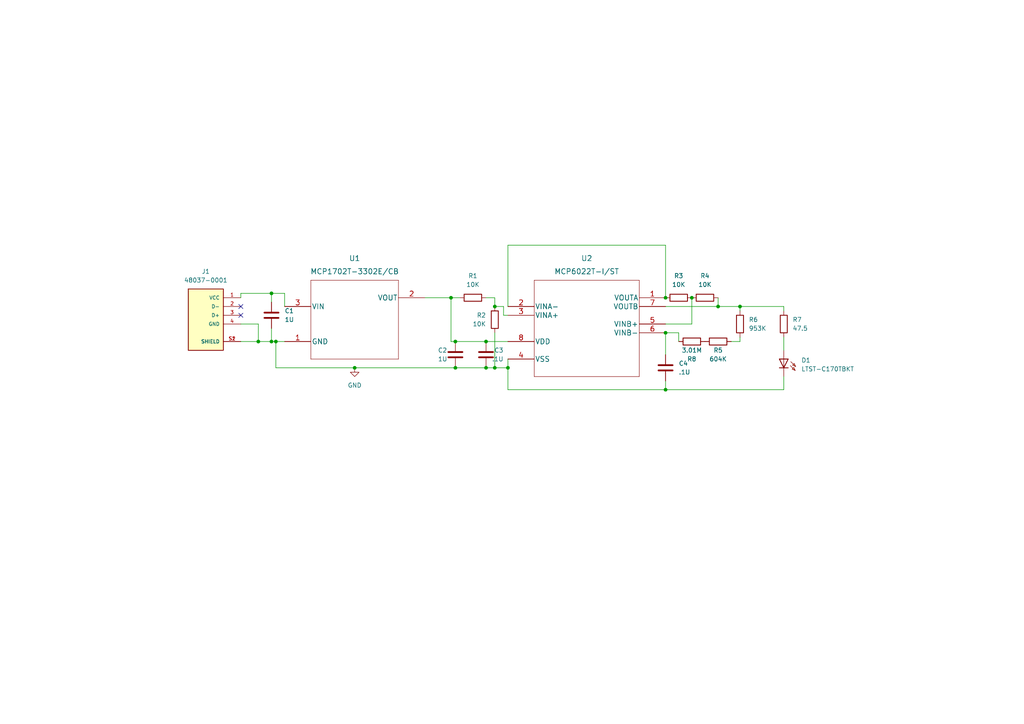
<source format=kicad_sch>
(kicad_sch (version 20211123) (generator eeschema)
  (paper "A4")
  (lib_symbols
    (symbol "160-1579-1-ND:LTST-C170TBKT" (pin_numbers hide) (pin_names (offset 1.016) hide)
      (property "Reference" "D" (at -2.032 4.064 0))
      (property "Value" "LTST-C170TBKT" (at -2.032 -5.715 0))
      (symbol "LTST-C170TBKT_0_0"
        (polyline (pts (xy 0 -1.27) (xy 0 0)) (stroke (width 0.254)))
        (polyline (pts (xy 0 0) (xy 0 1.27)) (stroke (width 0.254)))
        (polyline (pts (xy 0 0) (xy 2.54 1.27)) (stroke (width 0.254)))
        (polyline (pts (xy 0.635 1.905) (xy -0.762 3.302)) (stroke (width 0.1524)))
        (polyline (pts (xy 1.778 2.032) (xy 0.381 3.429)) (stroke (width 0.1524)))
        (polyline (pts (xy 2.54 -1.27) (xy 0 0)) (stroke (width 0.254)))
        (polyline (pts (xy 2.54 -1.27) (xy 2.54 0)) (stroke (width 0.254)))
        (polyline (pts (xy 2.54 0) (xy 0 0)) (stroke (width 0.1524)))
        (polyline (pts (xy 2.54 0) (xy 2.54 1.27)) (stroke (width 0.254)))
        (polyline (pts (xy -0.762 3.302) (xy 0.127 2.921) (xy -0.381 2.413) (xy -0.762 3.302)) (stroke (width 0.1524)) (fill (type background)))
        (polyline (pts (xy 0.381 3.429) (xy 1.27 3.048) (xy 0.762 2.54) (xy 0.381 3.429)) (stroke (width 0.1524)) (fill (type background)))
        (pin passive line (at 5.08 0 180) (length 2.54) (name "~") (number "+"))
        (pin passive line (at -2.54 0 0) (length 2.54) (name "~") (number "-"))
      )
    )
    (symbol "48037-0001:48037-0001" (pin_names (offset 1.016))
      (property "Reference" "J" (at -5.08 8.89 0))
      (property "Value" "48037-0001" (at -5.08 -12.7 0))
      (symbol "48037-0001_0_0"
        (rectangle (start -5.08 -10.16) (end 5.08 7.62) (stroke (width 0.254)) (fill (type background)))
        (pin power_out line (at -10.16 5.08 0) (length 5.08) (name "VCC") (number "1"))
        (pin bidirectional line (at -10.16 2.54 0) (length 5.08) (name "D-") (number "2"))
        (pin bidirectional line (at -10.16 0 0) (length 5.08) (name "D+") (number "3"))
        (pin power_in line (at -10.16 -2.54 0) (length 5.08) (name "GND") (number "4"))
        (pin passive line (at -10.16 -7.62 0) (length 5.08) (name "SHIELD") (number "S1"))
        (pin passive line (at -10.16 -7.62 0) (length 5.08) (name "SHIELD") (number "S2"))
      )
    )
    (symbol "Device:C" (pin_numbers hide) (pin_names (offset 0.254))
      (property "Reference" "C" (at 0.635 2.54 0))
      (property "Value" "C" (at 0.635 -2.54 0))
      (symbol "C_0_1"
        (polyline (pts (xy -2.032 -0.762) (xy 2.032 -0.762)) (stroke (width 0.508)))
        (polyline (pts (xy -2.032 0.762) (xy 2.032 0.762)) (stroke (width 0.508)))
      )
      (symbol "C_1_1"
        (pin passive line (at 0 3.81 270) (length 2.794) (name "~") (number "1"))
        (pin passive line (at 0 -3.81 90) (length 2.794) (name "~") (number "2"))
      )
    )
    (symbol "Device:R" (pin_numbers hide) (pin_names (offset 0))
      (property "Reference" "R" (at 2.032 0 90))
      (property "Value" "R" (at 0 0 90))
      (symbol "R_0_1"
        (rectangle (start -1.016 -2.54) (end 1.016 2.54) (stroke (width 0.254)))
      )
      (symbol "R_1_1"
        (pin passive line (at 0 3.81 270) (length 1.27) (name "~") (number "1"))
        (pin passive line (at 0 -3.81 90) (length 1.27) (name "~") (number "2"))
      )
    )
    (symbol "MCP1702T-3302E-CBCT-ND:MCP1702T-3302E{slash}CB" (pin_names (offset 0.254))
      (property "Reference" "U" (at 20.32 12.7 0))
      (property "Value" "MCP1702T-3302E{slash}CB" (at 20.32 10.16 0))
      (symbol "MCP1702T-3302E{slash}CB_1_1"
        (polyline (pts (xy 7.62 -15.24) (xy 33.02 -15.24)) (stroke (width 0.127)))
        (polyline (pts (xy 7.62 7.62) (xy 7.62 -15.24)) (stroke (width 0.127)))
        (polyline (pts (xy 33.02 -15.24) (xy 33.02 7.62)) (stroke (width 0.127)))
        (polyline (pts (xy 33.02 7.62) (xy 7.62 7.62)) (stroke (width 0.127)))
        (pin power_in line (at 0 -10.16 0) (length 7.62) (name "GND") (number "1"))
        (pin power_out line (at 40.64 2.54 180) (length 7.62) (name "VOUT") (number "2"))
        (pin power_in line (at 0 0 0) (length 7.62) (name "VIN") (number "3"))
      )
    )
    (symbol "MCP6022T-I-STCT-ND:MCP6022T-I{slash}ST" (pin_names (offset 0.254))
      (property "Reference" "U" (at 22.86 12.7 0))
      (property "Value" "MCP6022T-I{slash}ST" (at 22.86 10.16 0))
      (symbol "MCP6022T-I{slash}ST_1_1"
        (polyline (pts (xy 7.62 -20.32) (xy 38.1 -20.32)) (stroke (width 0.127)))
        (polyline (pts (xy 7.62 7.62) (xy 7.62 -20.32)) (stroke (width 0.127)))
        (polyline (pts (xy 38.1 -20.32) (xy 38.1 7.62)) (stroke (width 0.127)))
        (polyline (pts (xy 38.1 7.62) (xy 7.62 7.62)) (stroke (width 0.127)))
        (pin output line (at 45.72 2.54 180) (length 7.62) (name "VOUTA") (number "1"))
        (pin input line (at 0 0 0) (length 7.62) (name "VINA-") (number "2"))
        (pin input line (at 0 -2.54 0) (length 7.62) (name "VINA+") (number "3"))
        (pin power_in line (at 0 -15.24 0) (length 7.62) (name "VSS") (number "4"))
        (pin input line (at 45.72 -5.08 180) (length 7.62) (name "VINB+") (number "5"))
        (pin input line (at 45.72 -7.62 180) (length 7.62) (name "VINB-") (number "6"))
        (pin output line (at 45.72 0 180) (length 7.62) (name "VOUTB") (number "7"))
        (pin power_in line (at 0 -10.16 0) (length 7.62) (name "VDD") (number "8"))
      )
    )
    (symbol "power:GND" (power) (pin_names (offset 0))
      (property "Value" "GND" (at 0 -3.81 0))
      (symbol "GND_0_1"
        (polyline (pts (xy 0 0) (xy 0 -1.27) (xy 1.27 -1.27) (xy 0 -2.54) (xy -1.27 -1.27) (xy 0 -1.27)))
      )
      (symbol "GND_1_1"
        (pin power_in line (at 0 0 270) (length 0) hide (name "GND") (number "1"))
      )
    )
  )
  (junction (at 78.74 85.09))
  (junction (at 74.93 99.06))
  (junction (at 130.81 86.36))
  (junction (at 193.04 96.52))
  (junction (at 78.74 99.06))
  (junction (at 143.51 88.9))
  (junction (at 80.01 99.06))
  (junction (at 208.28 88.9))
  (junction (at 200.66 86.36))
  (junction (at 140.97 99.06))
  (junction (at 132.08 99.06))
  (junction (at 214.63 88.9))
  (junction (at 102.87 106.68))
  (junction (at 140.97 106.68))
  (junction (at 132.08 106.68))
  (junction (at 193.04 86.36))
  (junction (at 147.32 106.68))
  (junction (at 143.51 106.68))
  (junction (at 193.04 113.03))
  (no_connect (at 69.85 88.9))
  (no_connect (at 69.85 91.44))
  (wire (pts (xy 146.05 88.9) (xy 146.05 91.44)))
  (wire (pts (xy 193.04 96.52) (xy 193.04 102.87)))
  (wire (pts (xy 214.63 88.9) (xy 214.63 90.17)))
  (wire (pts (xy 80.01 106.68) (xy 102.87 106.68)))
  (wire (pts (xy 74.93 93.98) (xy 74.93 99.06)))
  (wire (pts (xy 143.51 106.68) (xy 147.32 106.68)))
  (wire (pts (xy 212.09 99.06) (xy 214.63 99.06)))
  (wire (pts (xy 143.51 88.9) (xy 146.05 88.9)))
  (wire (pts (xy 78.74 95.25) (xy 78.74 99.06)))
  (wire (pts (xy 102.87 106.68) (xy 132.08 106.68)))
  (wire (pts (xy 132.08 99.06) (xy 140.97 99.06)))
  (wire (pts (xy 130.81 99.06) (xy 132.08 99.06)))
  (wire (pts (xy 200.66 86.36) (xy 200.66 93.98)))
  (wire (pts (xy 69.85 93.98) (xy 74.93 93.98)))
  (wire (pts (xy 80.01 99.06) (xy 82.55 99.06)))
  (wire (pts (xy 123.19 86.36) (xy 130.81 86.36)))
  (wire (pts (xy 143.51 86.36) (xy 143.51 88.9)))
  (wire (pts (xy 78.74 99.06) (xy 80.01 99.06)))
  (wire (pts (xy 69.85 85.09) (xy 78.74 85.09)))
  (wire (pts (xy 193.04 93.98) (xy 200.66 93.98)))
  (wire (pts (xy 78.74 85.09) (xy 82.55 85.09)))
  (wire (pts (xy 208.28 88.9) (xy 214.63 88.9)))
  (wire (pts (xy 147.32 106.68) (xy 147.32 113.03)))
  (wire (pts (xy 147.32 113.03) (xy 193.04 113.03)))
  (wire (pts (xy 147.32 71.12) (xy 147.32 88.9)))
  (wire (pts (xy 74.93 99.06) (xy 78.74 99.06)))
  (wire (pts (xy 140.97 86.36) (xy 143.51 86.36)))
  (wire (pts (xy 80.01 99.06) (xy 80.01 106.68)))
  (wire (pts (xy 78.74 87.63) (xy 78.74 85.09)))
  (wire (pts (xy 146.05 91.44) (xy 147.32 91.44)))
  (wire (pts (xy 130.81 86.36) (xy 133.35 86.36)))
  (wire (pts (xy 214.63 97.79) (xy 214.63 99.06)))
  (wire (pts (xy 147.32 104.14) (xy 147.32 106.68)))
  (wire (pts (xy 69.85 86.36) (xy 69.85 85.09)))
  (wire (pts (xy 214.63 88.9) (xy 227.33 88.9)))
  (wire (pts (xy 69.85 99.06) (xy 74.93 99.06)))
  (wire (pts (xy 143.51 96.52) (xy 143.51 106.68)))
  (wire (pts (xy 132.08 106.68) (xy 140.97 106.68)))
  (wire (pts (xy 140.97 99.06) (xy 147.32 99.06)))
  (wire (pts (xy 227.33 88.9) (xy 227.33 90.17)))
  (wire (pts (xy 208.28 86.36) (xy 208.28 88.9)))
  (wire (pts (xy 193.04 86.36) (xy 193.04 71.12)))
  (wire (pts (xy 227.33 109.22) (xy 227.33 113.03)))
  (wire (pts (xy 193.04 110.49) (xy 193.04 113.03)))
  (wire (pts (xy 193.04 88.9) (xy 208.28 88.9)))
  (wire (pts (xy 140.97 106.68) (xy 143.51 106.68)))
  (wire (pts (xy 196.85 99.06) (xy 196.85 96.52)))
  (wire (pts (xy 193.04 113.03) (xy 227.33 113.03)))
  (wire (pts (xy 130.81 86.36) (xy 130.81 99.06)))
  (wire (pts (xy 193.04 71.12) (xy 147.32 71.12)))
  (wire (pts (xy 82.55 85.09) (xy 82.55 88.9)))
  (wire (pts (xy 227.33 97.79) (xy 227.33 101.6)))
  (wire (pts (xy 196.85 96.52) (xy 193.04 96.52)))
  (symbol (lib_id "160-1579-1-ND:LTST-C170TBKT") (at 227.33 106.68 270) (mirror x) (unit 1)
    (property "Reference" "D1" (at 232.41 104.4955 90) (effects (justify left)))
    (property "Value" "LTST-C170TBKT" (at 232.41 107.0355 90) (effects (justify left)))
    (property "Footprint" "160-1579-1-ND:160-1579-1-ND" (effects hide))
    (property "MANUFACTURER" "LiteOn" (effects hide))
  )
  (symbol (lib_id "MCP6022T-I-STCT-ND:MCP6022T-I{slash}ST") (at 147.32 88.9 0) (unit 1)
    (property "Reference" "U2" (at 170.18 74.93 0) (effects (font (size 1.524 1.524))))
    (property "Value" "MCP6022T-I/ST" (at 170.18 78.74 0) (effects (font (size 1.524 1.524))))
    (property "Footprint" "MCP6022T-I-STCT-ND:MCP6022T-I&slash_ST" (effects hide))
  )
  (symbol (lib_id "power:GND") (at 102.87 106.68 0) (unit 1)
    (property "Reference" "#PWR0101" (effects hide))
    (property "Value" "GND" (at 102.87 111.76 0))
  )
  (symbol (lib_id "Device:R") (at 214.63 93.98 180) (unit 1)
    (property "Reference" "R6" (at 217.17 92.7099 0) (effects (justify right)))
    (property "Value" "953K" (at 217.17 95.2499 0) (effects (justify right)))
    (property "Footprint" "Resistor_SMD:R_0603_1608Metric_Pad0.98x0.95mm_HandSolder" (effects hide))
  )
  (symbol (lib_id "Device:R") (at 137.16 86.36 270) (unit 1)
    (property "Reference" "R1" (at 137.16 80.01 90))
    (property "Value" "10K" (at 137.16 82.55 90))
    (property "Footprint" "Resistor_SMD:R_0603_1608Metric_Pad0.98x0.95mm_HandSolder" (effects hide))
  )
  (symbol (lib_id "Device:R") (at 208.28 99.06 270) (mirror x) (unit 1)
    (property "Reference" "R5" (at 208.28 101.6 90))
    (property "Value" "604K" (at 208.28 104.14 90))
    (property "Footprint" "Resistor_SMD:R_0603_1608Metric_Pad0.98x0.95mm_HandSolder" (effects hide))
  )
  (symbol (lib_id "Device:R") (at 200.66 99.06 270) (mirror x) (unit 1)
    (property "Reference" "R8" (at 200.66 104.14 90))
    (property "Value" "3.01M" (at 200.66 101.6 90))
    (property "Footprint" "Resistor_SMD:R_0603_1608Metric_Pad0.98x0.95mm_HandSolder" (effects hide))
  )
  (symbol (lib_id "Device:C") (at 132.08 102.87 0) (unit 1)
    (property "Reference" "C2" (at 127 101.6 0) (effects (justify left)))
    (property "Value" "1U" (at 127 104.14 0) (effects (justify left)))
    (property "Footprint" "Capacitor_SMD:C_0603_1608Metric_Pad1.08x0.95mm_HandSolder" (effects hide))
  )
  (symbol (lib_id "Device:R") (at 143.51 92.71 0) (mirror x) (unit 1)
    (property "Reference" "R2" (at 140.97 91.4399 0) (effects (justify right)))
    (property "Value" "10K" (at 140.97 93.9799 0) (effects (justify right)))
    (property "Footprint" "Resistor_SMD:R_0603_1608Metric_Pad0.98x0.95mm_HandSolder" (effects hide))
  )
  (symbol (lib_id "Device:C") (at 78.74 91.44 0) (unit 1)
    (property "Reference" "C1" (at 82.55 90.1699 0) (effects (justify left)))
    (property "Value" "1U" (at 82.55 92.7099 0) (effects (justify left)))
    (property "Footprint" "Capacitor_SMD:C_0603_1608Metric_Pad1.08x0.95mm_HandSolder" (effects hide))
  )
  (symbol (lib_id "MCP1702T-3302E-CBCT-ND:MCP1702T-3302E{slash}CB") (at 82.55 88.9 0) (unit 1)
    (property "Reference" "U1" (at 102.87 74.93 0) (effects (font (size 1.524 1.524))))
    (property "Value" "MCP1702T-3302E/CB" (at 102.87 78.74 0) (effects (font (size 1.524 1.524))))
    (property "Footprint" "MCP1702T-3302E-CBCT-ND:MCP1702T-3302E&slash_CB" (effects hide))
  )
  (symbol (lib_id "Device:C") (at 193.04 106.68 180) (unit 1)
    (property "Reference" "C4" (at 196.85 105.41 0) (effects (justify right)))
    (property "Value" ".1U" (at 196.85 107.95 0) (effects (justify right)))
    (property "Footprint" "Capacitor_SMD:C_0603_1608Metric_Pad1.08x0.95mm_HandSolder" (effects hide))
  )
  (symbol (lib_id "48037-0001:48037-0001") (at 59.69 91.44 0) (mirror y) (unit 1)
    (property "Reference" "J1" (at 59.69 78.74 0))
    (property "Value" "48037-0001" (at 59.69 81.28 0))
    (property "Footprint" "48037-0001:MOLEX_48037-0001" (effects hide))
    (property "STANDARD" "Manufacturer Recommendations" (effects hide))
    (property "MANUFACTURER" "Molex" (effects hide))
    (property "MAXIMUM_PACKAGE_HEIGHT" "4.6mm" (effects hide))
    (property "PARTREV" "D" (effects hide))
  )
  (symbol (lib_id "Device:R") (at 227.33 93.98 0) (unit 1)
    (property "Reference" "R7" (at 229.87 92.7099 0) (effects (justify left)))
    (property "Value" "47.5" (at 229.87 95.2499 0) (effects (justify left)))
    (property "Footprint" "Resistor_SMD:R_0603_1608Metric_Pad0.98x0.95mm_HandSolder" (effects hide))
  )
  (symbol (lib_id "Device:C") (at 140.97 102.87 0) (mirror y) (unit 1)
    (property "Reference" "C3" (at 146.05 101.6 0) (effects (justify left)))
    (property "Value" ".1U" (at 146.05 104.14 0) (effects (justify left)))
    (property "Footprint" "Capacitor_SMD:C_0603_1608Metric_Pad1.08x0.95mm_HandSolder" (effects hide))
  )
  (symbol (lib_id "Device:R") (at 204.47 86.36 90) (unit 1)
    (property "Reference" "R4" (at 204.47 80.01 90))
    (property "Value" "10K" (at 204.47 82.55 90))
    (property "Footprint" "Resistor_SMD:R_0603_1608Metric_Pad0.98x0.95mm_HandSolder" (effects hide))
  )
  (symbol (lib_id "Device:R") (at 196.85 86.36 90) (unit 1)
    (property "Reference" "R3" (at 196.85 80.01 90))
    (property "Value" "10K" (at 196.85 82.55 90))
    (property "Footprint" "Resistor_SMD:R_0603_1608Metric_Pad0.98x0.95mm_HandSolder" (effects hide))
  )
)
</source>
